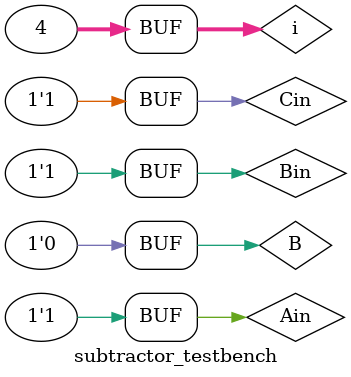
<source format=sv>



module subtractor(Ain, Bin, Cin, Cout, out);
	input logic Ain, Bin, Cin;
	output logic Cout, out;
	logic [2:0] in; //all three inputs sythesized into a 3 bits
	logic [7:0] decoded;
	
	assign in = {Ain, ~Bin, Cin};
	
	decoder3_8 m(.out(decoded), .in(in), .enable(1'b1));
	
	always_comb begin
		Cout = 	1'b0;
		out = 	1'b0;
	if 	  (decoded[0] == 1) Cout = 1'b1;
	else if (decoded[1] == 1) out = 	1'b1;
	else if (decoded[2] == 1) out = 	1'b1;
	else if (decoded[3] == 1) Cout = 1'b1;
	else if (decoded[4] == 1) out = 	1'b1;
	else if (decoded[5] == 1) Cout = 1'b1;
	else if (decoded[6] == 1) Cout = 1'b1;
	else if (decoded[7] == 1) out = 	1'b1;
	else begin 
			out = 1'bx;
			Cout = 1'bx;
		end	
	end
	
	
	endmodule
	
	
	
	
module subtractor_testbench();
	logic Ain, Bin, Cin;
	logic Cout, out;
	logic B;
	assign B = ~Bin;

 subtractor dut (Ain, Bin, Cin, Cout, out);
 
 
 
 
 integer i;
 initial begin
 
 Cin = 1'b1;
 for(i = 0; i <4; i++) begin 
 {Ain, Bin} = i; #10;
 end
 end
endmodule 

</source>
